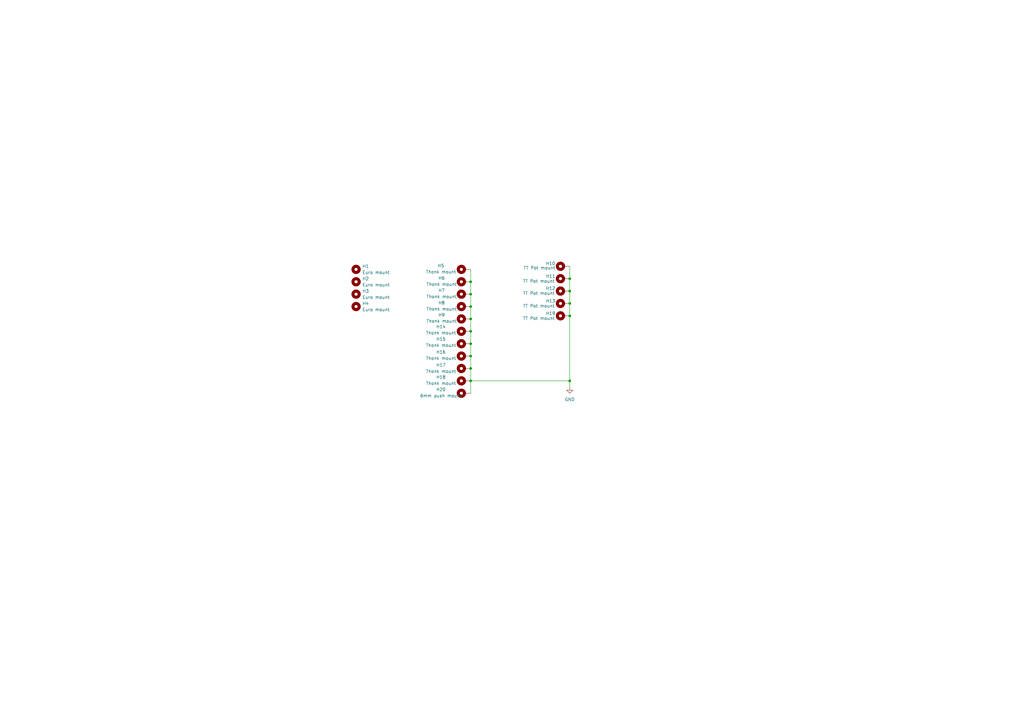
<source format=kicad_sch>
(kicad_sch (version 20250114) (generator "eeschema") (generator_version "9.0")
  (paper "A3")
  (title_block (title "S3 GTA Panel") (date "2023-08-13"))
  (lib_symbols
    (symbol "Mechanical:MountingHole" (pin_names (offset 1.016))
      (property "Reference" "H" (at 0 5.08 0))
      (property "Value" "MountingHole" (at 0 3.175 0))
      (symbol "MountingHole_0_1"
        (circle (center 0 0) (radius 1.27) (stroke (width 1.27)))
      )
    )
    (symbol "Mechanical:MountingHole_Pad" (pin_numbers (hide yes)) (pin_names (offset 1.016) (hide yes)) (in_bom no)
      (property "Reference" "H" (at 0 6.35 0))
      (property "Value" "MountingHole_Pad" (at 0 4.445 0))
      (symbol "MountingHole_Pad_0_1"
        (circle (center 0 1.27) (radius 1.27) (stroke (width 1.27)))
      )
      (symbol "MountingHole_Pad_1_1"
        (pin input line (at 0 -2.54 90) (length 2.54) (name "1") (number "1"))
      )
    )
    (symbol "power:GND" (power) (pin_numbers (hide yes)) (pin_names (offset 0) (hide yes))
      (property "Value" "GND" (at 0 -3.81 0))
      (symbol "GND_0_1"
        (polyline (pts (xy 0 0) (xy 0 -1.27) (xy 1.27 -1.27) (xy 0 -2.54) (xy -1.27 -1.27) (xy 0 -1.27)))
      )
      (symbol "GND_1_1"
        (pin power_in line (at 0 0 270) (length 0) (name "~") (number "1"))
      )
    )
  )
  (junction (at 193.04 146.05))
  (junction (at 233.68 156.21))
  (junction (at 193.04 135.89))
  (junction (at 233.68 124.46))
  (junction (at 233.68 119.38))
  (junction (at 193.04 125.73))
  (junction (at 193.04 120.65))
  (junction (at 193.04 115.57))
  (junction (at 193.04 151.13))
  (junction (at 193.04 130.81))
  (junction (at 193.04 156.21))
  (junction (at 233.68 114.3))
  (junction (at 233.68 129.54))
  (junction (at 193.04 140.97))
  (wire (pts (xy 193.04 125.73) (xy 193.04 130.81)))
  (wire (pts (xy 193.04 156.21) (xy 233.68 156.21)))
  (wire (pts (xy 193.04 120.65) (xy 193.04 125.73)))
  (wire (pts (xy 193.04 146.05) (xy 193.04 151.13)))
  (wire (pts (xy 233.68 156.21) (xy 233.68 158.75)))
  (wire (pts (xy 193.04 140.97) (xy 193.04 146.05)))
  (wire (pts (xy 233.68 156.21) (xy 233.68 129.54)))
  (wire (pts (xy 193.04 151.13) (xy 193.04 156.21)))
  (wire (pts (xy 193.04 115.57) (xy 193.04 120.65)))
  (wire (pts (xy 233.68 129.54) (xy 233.68 124.46)))
  (wire (pts (xy 233.68 109.22) (xy 233.68 114.3)))
  (wire (pts (xy 193.04 110.49) (xy 193.04 115.57)))
  (wire (pts (xy 233.68 119.38) (xy 233.68 124.46)))
  (wire (pts (xy 193.04 135.89) (xy 193.04 140.97)))
  (wire (pts (xy 233.68 114.3) (xy 233.68 119.38)))
  (wire (pts (xy 193.04 156.21) (xy 193.04 161.29)))
  (wire (pts (xy 193.04 130.81) (xy 193.04 135.89)))
  (symbol (lib_id "Mechanical:MountingHole_Pad") (at 231.14 109.22 90) (unit 1) (in_bom no)
    (property "Reference" "H10" (at 225.806 108.077 90))
    (property "Value" "TT Pot mount" (at 221.234 109.855 90))
    (property "Footprint" "EMEB:Mount_Hole_TT_Pot" (effects (hide yes)))
    (property "Description" "Mounting Hole with connection" (effects (hide yes)))
  )
  (symbol (lib_id "Mechanical:MountingHole") (at 146.05 110.49 0) (unit 1)
    (property "Reference" "H1" (at 148.59 109.22 0) (effects (justify left)))
    (property "Value" "Euro mount" (at 148.59 111.76 0) (effects (justify left)))
    (property "Footprint" "EMEB:Mount_Hole_Euro_Rack" (effects (hide yes)))
  )
  (symbol (lib_id "Mechanical:MountingHole_Pad") (at 231.14 119.38 90) (unit 1) (in_bom no)
    (property "Reference" "H12" (at 225.806 118.237 90))
    (property "Value" "TT Pot mount" (at 220.98 120.269 90))
    (property "Footprint" "EMEB:Mount_Hole_TT_Pot" (effects (hide yes)))
    (property "Description" "Mounting Hole with connection" (effects (hide yes)))
  )
  (symbol (lib_id "Mechanical:MountingHole_Pad") (at 190.5 140.97 90) (unit 1) (in_bom no)
    (property "Reference" "H15" (at 180.848 139.065 90))
    (property "Value" "Thonk mount" (at 180.848 141.605 90))
    (property "Footprint" "EMEB:Mount_Hole_Thonk" (effects (hide yes)))
    (property "Description" "Mounting Hole with connection" (effects (hide yes)))
  )
  (symbol (lib_id "Mechanical:MountingHole_Pad") (at 190.5 146.05 90) (unit 1) (in_bom no)
    (property "Reference" "H16" (at 180.848 144.399 90))
    (property "Value" "Thonk mount" (at 180.848 146.939 90))
    (property "Footprint" "EMEB:Mount_Hole_Thonk" (effects (hide yes)))
    (property "Description" "Mounting Hole with connection" (effects (hide yes)))
  )
  (symbol (lib_id "Mechanical:MountingHole_Pad") (at 190.5 125.73 90) (unit 1) (in_bom no)
    (property "Reference" "H8" (at 181.102 124.206 90))
    (property "Value" "Thonk mount" (at 181.102 126.746 90))
    (property "Footprint" "EMEB:Mount_Hole_Thonk" (effects (hide yes)))
    (property "Description" "Mounting Hole with connection" (effects (hide yes)))
  )
  (symbol (lib_id "Mechanical:MountingHole_Pad") (at 190.5 120.65 90) (unit 1) (in_bom no)
    (property "Reference" "H7" (at 181.102 119.126 90))
    (property "Value" "Thonk mount" (at 181.102 121.666 90))
    (property "Footprint" "EMEB:Mount_Hole_Thonk" (effects (hide yes)))
    (property "Description" "Mounting Hole with connection" (effects (hide yes)))
  )
  (symbol (lib_id "Mechanical:MountingHole_Pad") (at 190.5 151.13 90) (unit 1) (in_bom no)
    (property "Reference" "H17" (at 180.848 149.733 90))
    (property "Value" "Thonk mount" (at 180.848 152.273 90))
    (property "Footprint" "EMEB:Mount_Hole_Thonk" (effects (hide yes)))
    (property "Description" "Mounting Hole with connection" (effects (hide yes)))
  )
  (symbol (lib_id "Mechanical:MountingHole_Pad") (at 231.14 129.54 90) (unit 1) (in_bom no)
    (property "Reference" "H19" (at 225.806 128.524 90))
    (property "Value" "TT Pot mount" (at 220.98 130.556 90))
    (property "Footprint" "EMEB:Mount_Hole_TT_Pot" (effects (hide yes)))
    (property "Description" "Mounting Hole with connection" (effects (hide yes)))
  )
  (symbol (lib_id "Mechanical:MountingHole_Pad") (at 231.14 124.46 90) (unit 1) (in_bom no)
    (property "Reference" "H13" (at 225.806 123.444 90))
    (property "Value" "TT Pot mount" (at 220.98 125.476 90))
    (property "Footprint" "EMEB:Mount_Hole_TT_Pot" (effects (hide yes)))
    (property "Description" "Mounting Hole with connection" (effects (hide yes)))
  )
  (symbol (lib_id "Mechanical:MountingHole_Pad") (at 190.5 115.57 90) (unit 1) (in_bom no)
    (property "Reference" "H6" (at 181.102 114.046 90))
    (property "Value" "Thonk mount" (at 181.102 116.586 90))
    (property "Footprint" "EMEB:Mount_Hole_Thonk" (effects (hide yes)))
    (property "Description" "Mounting Hole with connection" (effects (hide yes)))
  )
  (symbol (lib_id "Mechanical:MountingHole") (at 146.05 115.57 0) (unit 1)
    (property "Reference" "H2" (at 148.59 114.3 0) (effects (justify left)))
    (property "Value" "Euro mount" (at 148.59 116.84 0) (effects (justify left)))
    (property "Footprint" "EMEB:Mount_Hole_Euro_Rack" (effects (hide yes)))
  )
  (symbol (lib_id "power:GND") (at 233.68 158.75 0) (unit 1)
    (property "Reference" "#PWR01" (effects (hide yes)))
    (property "Value" "GND" (at 233.68 163.83 0))
    (property "Description" "Power symbol creates a global label with name \"GND\" , ground" (effects (hide yes)))
  )
  (symbol (lib_id "Mechanical:MountingHole_Pad") (at 231.14 114.3 90) (unit 1) (in_bom no)
    (property "Reference" "H11" (at 225.806 113.284 90))
    (property "Value" "TT Pot mount" (at 220.98 115.316 90))
    (property "Footprint" "EMEB:Mount_Hole_TT_Pot" (effects (hide yes)))
    (property "Description" "Mounting Hole with connection" (effects (hide yes)))
  )
  (symbol (lib_id "Mechanical:MountingHole_Pad") (at 190.5 156.21 90) (unit 1) (in_bom no)
    (property "Reference" "H18" (at 180.848 154.686 90))
    (property "Value" "Thonk mount" (at 180.848 157.226 90))
    (property "Footprint" "EMEB:Mount_Hole_Thonk" (effects (hide yes)))
    (property "Description" "Mounting Hole with connection" (effects (hide yes)))
  )
  (symbol (lib_id "Mechanical:MountingHole_Pad") (at 190.5 161.29 90) (unit 1) (in_bom no)
    (property "Reference" "H20" (at 180.848 159.766 90))
    (property "Value" "6mm push mount" (at 180.848 162.306 90))
    (property "Footprint" "EMEB:Mount_Hole_Toggle_Submini" (effects (hide yes)))
    (property "Description" "Mounting Hole with connection" (effects (hide yes)))
  )
  (symbol (lib_id "Mechanical:MountingHole_Pad") (at 190.5 135.89 90) (unit 1) (in_bom no)
    (property "Reference" "H14" (at 180.848 133.985 90))
    (property "Value" "Thonk mount" (at 180.848 136.525 90))
    (property "Footprint" "EMEB:Mount_Hole_Thonk" (effects (hide yes)))
    (property "Description" "Mounting Hole with connection" (effects (hide yes)))
  )
  (symbol (lib_id "Mechanical:MountingHole") (at 146.05 120.65 0) (unit 1)
    (property "Reference" "H3" (at 148.59 119.38 0) (effects (justify left)))
    (property "Value" "Euro mount" (at 148.59 121.92 0) (effects (justify left)))
    (property "Footprint" "EMEB:Mount_Hole_Euro_Rack" (effects (hide yes)))
  )
  (symbol (lib_id "Mechanical:MountingHole") (at 146.05 125.73 0) (unit 1)
    (property "Reference" "H4" (at 148.59 124.46 0) (effects (justify left)))
    (property "Value" "Euro mount" (at 148.59 127 0) (effects (justify left)))
    (property "Footprint" "EMEB:Mount_Hole_Euro_Rack" (effects (hide yes)))
  )
  (symbol (lib_id "Mechanical:MountingHole_Pad") (at 190.5 110.49 90) (unit 1) (in_bom no)
    (property "Reference" "H5" (at 180.848 108.966 90))
    (property "Value" "Thonk mount" (at 180.848 111.506 90))
    (property "Footprint" "EMEB:Mount_Hole_Thonk" (effects (hide yes)))
    (property "Description" "Mounting Hole with connection" (effects (hide yes)))
  )
  (symbol (lib_id "Mechanical:MountingHole_Pad") (at 190.5 130.81 90) (unit 1) (in_bom no)
    (property "Reference" "H9" (at 181.102 129.159 90))
    (property "Value" "Thonk mount" (at 181.102 131.699 90))
    (property "Footprint" "EMEB:Mount_Hole_Thonk" (effects (hide yes)))
    (property "Description" "Mounting Hole with connection" (effects (hide yes)))
  )
)
</source>
